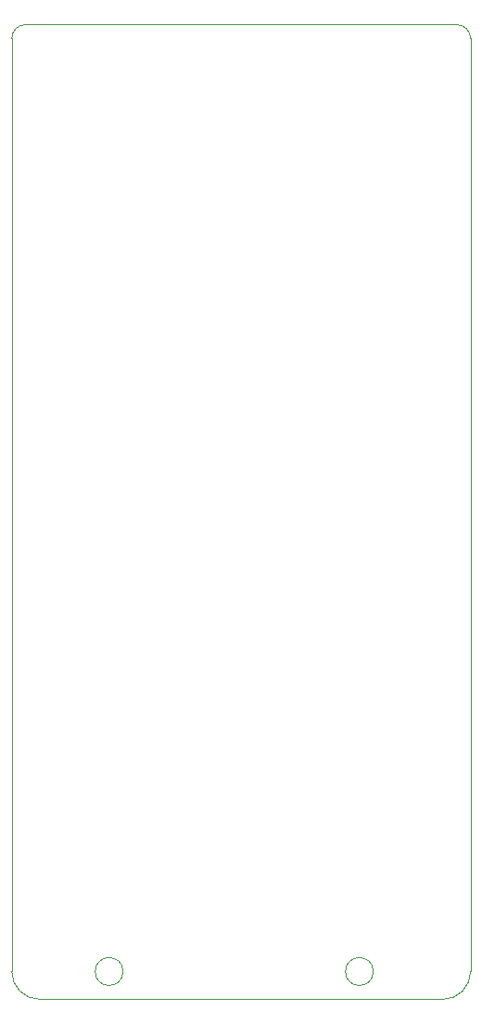
<source format=gbr>
%TF.GenerationSoftware,KiCad,Pcbnew,(5.1.6)-1*%
%TF.CreationDate,2020-08-14T19:02:09+02:00*%
%TF.ProjectId,ESP32-S2-WROOM,45535033-322d-4533-922d-57524f4f4d2e,1.2*%
%TF.SameCoordinates,Original*%
%TF.FileFunction,Profile,NP*%
%FSLAX46Y46*%
G04 Gerber Fmt 4.6, Leading zero omitted, Abs format (unit mm)*
G04 Created by KiCad (PCBNEW (5.1.6)-1) date 2020-08-14 19:02:09*
%MOMM*%
%LPD*%
G01*
G04 APERTURE LIST*
%TA.AperFunction,Profile*%
%ADD10C,0.050000*%
%TD*%
G04 APERTURE END LIST*
D10*
X116840000Y-39370000D02*
G75*
G02*
X118110000Y-40640000I0J-1270000D01*
G01*
X109220000Y-125730000D02*
G75*
G03*
X109220000Y-125730000I-1270000J0D01*
G01*
X86360000Y-125730000D02*
G75*
G03*
X86360000Y-125730000I-1270000J0D01*
G01*
X118110000Y-40640000D02*
X118110000Y-125730000D01*
X115570000Y-39370000D02*
X116840000Y-39370000D01*
X118110000Y-125730000D02*
G75*
G02*
X115570000Y-128270000I-2540000J0D01*
G01*
X115570000Y-128270000D02*
X114300000Y-128270000D01*
X78740000Y-128270000D02*
G75*
G02*
X76200000Y-125730000I0J2540000D01*
G01*
X77470000Y-39370000D02*
X115570000Y-39370000D01*
X114300000Y-128270000D02*
X78740000Y-128270000D01*
X76200000Y-125730000D02*
X76200000Y-40640000D01*
X76200000Y-40640000D02*
G75*
G02*
X77470000Y-39370000I1270000J0D01*
G01*
M02*

</source>
